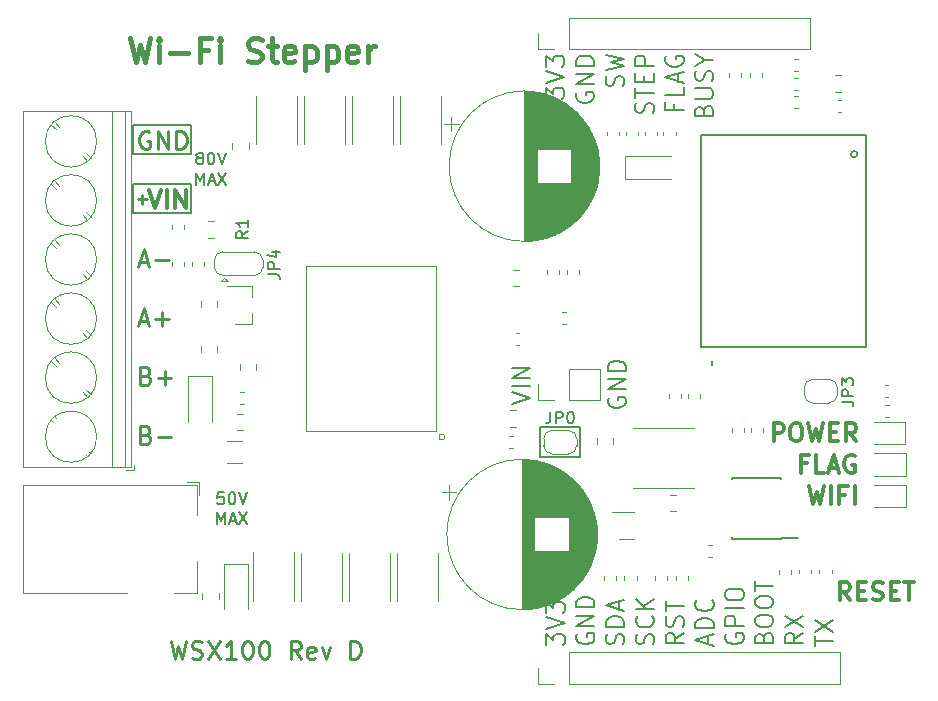
<source format=gbr>
G04 #@! TF.GenerationSoftware,KiCad,Pcbnew,5.0.2-bee76a0~70~ubuntu16.04.1*
G04 #@! TF.CreationDate,2019-02-05T17:36:10-08:00*
G04 #@! TF.ProjectId,wifistepper,77696669-7374-4657-9070-65722e6b6963,rev?*
G04 #@! TF.SameCoordinates,Original*
G04 #@! TF.FileFunction,Legend,Top*
G04 #@! TF.FilePolarity,Positive*
%FSLAX46Y46*%
G04 Gerber Fmt 4.6, Leading zero omitted, Abs format (unit mm)*
G04 Created by KiCad (PCBNEW 5.0.2-bee76a0~70~ubuntu16.04.1) date Tue 05 Feb 2019 05:36:10 PM PST*
%MOMM*%
%LPD*%
G01*
G04 APERTURE LIST*
%ADD10C,0.350000*%
%ADD11C,0.250000*%
%ADD12C,0.300000*%
%ADD13C,0.200000*%
%ADD14C,0.400000*%
%ADD15C,0.100000*%
%ADD16C,0.050000*%
%ADD17C,0.120000*%
%ADD18C,0.150000*%
G04 APERTURE END LIST*
D10*
X97325285Y-97643071D02*
X97325285Y-96143071D01*
X97896714Y-96143071D01*
X98039571Y-96214500D01*
X98111000Y-96285928D01*
X98182428Y-96428785D01*
X98182428Y-96643071D01*
X98111000Y-96785928D01*
X98039571Y-96857357D01*
X97896714Y-96928785D01*
X97325285Y-96928785D01*
X99111000Y-96143071D02*
X99396714Y-96143071D01*
X99539571Y-96214500D01*
X99682428Y-96357357D01*
X99753857Y-96643071D01*
X99753857Y-97143071D01*
X99682428Y-97428785D01*
X99539571Y-97571642D01*
X99396714Y-97643071D01*
X99111000Y-97643071D01*
X98968142Y-97571642D01*
X98825285Y-97428785D01*
X98753857Y-97143071D01*
X98753857Y-96643071D01*
X98825285Y-96357357D01*
X98968142Y-96214500D01*
X99111000Y-96143071D01*
X100253857Y-96143071D02*
X100611000Y-97643071D01*
X100896714Y-96571642D01*
X101182428Y-97643071D01*
X101539571Y-96143071D01*
X102111000Y-96857357D02*
X102611000Y-96857357D01*
X102825285Y-97643071D02*
X102111000Y-97643071D01*
X102111000Y-96143071D01*
X102825285Y-96143071D01*
X104325285Y-97643071D02*
X103825285Y-96928785D01*
X103468142Y-97643071D02*
X103468142Y-96143071D01*
X104039571Y-96143071D01*
X104182428Y-96214500D01*
X104253857Y-96285928D01*
X104325285Y-96428785D01*
X104325285Y-96643071D01*
X104253857Y-96785928D01*
X104182428Y-96857357D01*
X104039571Y-96928785D01*
X103468142Y-96928785D01*
D11*
X43517095Y-77160428D02*
X44279000Y-77160428D01*
X43898047Y-77541380D02*
X43898047Y-76779476D01*
D12*
X44470357Y-76394571D02*
X44970357Y-77894571D01*
X45470357Y-76394571D01*
X45970357Y-77894571D02*
X45970357Y-76394571D01*
X46684642Y-77894571D02*
X46684642Y-76394571D01*
X47541785Y-77894571D01*
X47541785Y-76394571D01*
D13*
X48006000Y-78359000D02*
X48006000Y-75882500D01*
X43116500Y-70866000D02*
X43116500Y-73342500D01*
X43116500Y-75882500D02*
X48006000Y-75882500D01*
X48006000Y-73342500D02*
X43116500Y-73342500D01*
X48006000Y-70866000D02*
X43116500Y-70866000D01*
X48006000Y-73342500D02*
X48006000Y-70866000D01*
X43116500Y-78359000D02*
X48006000Y-78359000D01*
X43116500Y-75882500D02*
X43116500Y-78359000D01*
X104409408Y-73342500D02*
G75*
G03X104409408Y-73342500I-269408J0D01*
G01*
X92075000Y-90868500D02*
X92075000Y-91186000D01*
X83374800Y-93979857D02*
X83303371Y-94122714D01*
X83303371Y-94337000D01*
X83374800Y-94551285D01*
X83517657Y-94694142D01*
X83660514Y-94765571D01*
X83946228Y-94837000D01*
X84160514Y-94837000D01*
X84446228Y-94765571D01*
X84589085Y-94694142D01*
X84731942Y-94551285D01*
X84803371Y-94337000D01*
X84803371Y-94194142D01*
X84731942Y-93979857D01*
X84660514Y-93908428D01*
X84160514Y-93908428D01*
X84160514Y-94194142D01*
X84803371Y-93265571D02*
X83303371Y-93265571D01*
X84803371Y-92408428D01*
X83303371Y-92408428D01*
X84803371Y-91694142D02*
X83303371Y-91694142D01*
X83303371Y-91337000D01*
X83374800Y-91122714D01*
X83517657Y-90979857D01*
X83660514Y-90908428D01*
X83946228Y-90837000D01*
X84160514Y-90837000D01*
X84446228Y-90908428D01*
X84589085Y-90979857D01*
X84731942Y-91122714D01*
X84803371Y-91337000D01*
X84803371Y-91694142D01*
X75188071Y-94492557D02*
X76688071Y-93992557D01*
X75188071Y-93492557D01*
X76688071Y-92992557D02*
X75188071Y-92992557D01*
X76688071Y-92278271D02*
X75188071Y-92278271D01*
X76688071Y-91421128D01*
X75188071Y-91421128D01*
D11*
X46287285Y-114558071D02*
X46644428Y-116058071D01*
X46930142Y-114986642D01*
X47215857Y-116058071D01*
X47573000Y-114558071D01*
X48073000Y-115986642D02*
X48287285Y-116058071D01*
X48644428Y-116058071D01*
X48787285Y-115986642D01*
X48858714Y-115915214D01*
X48930142Y-115772357D01*
X48930142Y-115629500D01*
X48858714Y-115486642D01*
X48787285Y-115415214D01*
X48644428Y-115343785D01*
X48358714Y-115272357D01*
X48215857Y-115200928D01*
X48144428Y-115129500D01*
X48073000Y-114986642D01*
X48073000Y-114843785D01*
X48144428Y-114700928D01*
X48215857Y-114629500D01*
X48358714Y-114558071D01*
X48715857Y-114558071D01*
X48930142Y-114629500D01*
X49430142Y-114558071D02*
X50430142Y-116058071D01*
X50430142Y-114558071D02*
X49430142Y-116058071D01*
X51787285Y-116058071D02*
X50930142Y-116058071D01*
X51358714Y-116058071D02*
X51358714Y-114558071D01*
X51215857Y-114772357D01*
X51073000Y-114915214D01*
X50930142Y-114986642D01*
X52715857Y-114558071D02*
X52858714Y-114558071D01*
X53001571Y-114629500D01*
X53073000Y-114700928D01*
X53144428Y-114843785D01*
X53215857Y-115129500D01*
X53215857Y-115486642D01*
X53144428Y-115772357D01*
X53073000Y-115915214D01*
X53001571Y-115986642D01*
X52858714Y-116058071D01*
X52715857Y-116058071D01*
X52573000Y-115986642D01*
X52501571Y-115915214D01*
X52430142Y-115772357D01*
X52358714Y-115486642D01*
X52358714Y-115129500D01*
X52430142Y-114843785D01*
X52501571Y-114700928D01*
X52573000Y-114629500D01*
X52715857Y-114558071D01*
X54144428Y-114558071D02*
X54287285Y-114558071D01*
X54430142Y-114629500D01*
X54501571Y-114700928D01*
X54573000Y-114843785D01*
X54644428Y-115129500D01*
X54644428Y-115486642D01*
X54573000Y-115772357D01*
X54501571Y-115915214D01*
X54430142Y-115986642D01*
X54287285Y-116058071D01*
X54144428Y-116058071D01*
X54001571Y-115986642D01*
X53930142Y-115915214D01*
X53858714Y-115772357D01*
X53787285Y-115486642D01*
X53787285Y-115129500D01*
X53858714Y-114843785D01*
X53930142Y-114700928D01*
X54001571Y-114629500D01*
X54144428Y-114558071D01*
X57287285Y-116058071D02*
X56787285Y-115343785D01*
X56430142Y-116058071D02*
X56430142Y-114558071D01*
X57001571Y-114558071D01*
X57144428Y-114629500D01*
X57215857Y-114700928D01*
X57287285Y-114843785D01*
X57287285Y-115058071D01*
X57215857Y-115200928D01*
X57144428Y-115272357D01*
X57001571Y-115343785D01*
X56430142Y-115343785D01*
X58501571Y-115986642D02*
X58358714Y-116058071D01*
X58073000Y-116058071D01*
X57930142Y-115986642D01*
X57858714Y-115843785D01*
X57858714Y-115272357D01*
X57930142Y-115129500D01*
X58073000Y-115058071D01*
X58358714Y-115058071D01*
X58501571Y-115129500D01*
X58573000Y-115272357D01*
X58573000Y-115415214D01*
X57858714Y-115558071D01*
X59073000Y-115058071D02*
X59430142Y-116058071D01*
X59787285Y-115058071D01*
X61501571Y-116058071D02*
X61501571Y-114558071D01*
X61858714Y-114558071D01*
X62073000Y-114629500D01*
X62215857Y-114772357D01*
X62287285Y-114915214D01*
X62358714Y-115200928D01*
X62358714Y-115415214D01*
X62287285Y-115700928D01*
X62215857Y-115843785D01*
X62073000Y-115986642D01*
X61858714Y-116058071D01*
X61501571Y-116058071D01*
D13*
X48657000Y-73643452D02*
X48561761Y-73595833D01*
X48514142Y-73548214D01*
X48466523Y-73452976D01*
X48466523Y-73405357D01*
X48514142Y-73310119D01*
X48561761Y-73262500D01*
X48657000Y-73214880D01*
X48847476Y-73214880D01*
X48942714Y-73262500D01*
X48990333Y-73310119D01*
X49037952Y-73405357D01*
X49037952Y-73452976D01*
X48990333Y-73548214D01*
X48942714Y-73595833D01*
X48847476Y-73643452D01*
X48657000Y-73643452D01*
X48561761Y-73691071D01*
X48514142Y-73738690D01*
X48466523Y-73833928D01*
X48466523Y-74024404D01*
X48514142Y-74119642D01*
X48561761Y-74167261D01*
X48657000Y-74214880D01*
X48847476Y-74214880D01*
X48942714Y-74167261D01*
X48990333Y-74119642D01*
X49037952Y-74024404D01*
X49037952Y-73833928D01*
X48990333Y-73738690D01*
X48942714Y-73691071D01*
X48847476Y-73643452D01*
X49657000Y-73214880D02*
X49752238Y-73214880D01*
X49847476Y-73262500D01*
X49895095Y-73310119D01*
X49942714Y-73405357D01*
X49990333Y-73595833D01*
X49990333Y-73833928D01*
X49942714Y-74024404D01*
X49895095Y-74119642D01*
X49847476Y-74167261D01*
X49752238Y-74214880D01*
X49657000Y-74214880D01*
X49561761Y-74167261D01*
X49514142Y-74119642D01*
X49466523Y-74024404D01*
X49418904Y-73833928D01*
X49418904Y-73595833D01*
X49466523Y-73405357D01*
X49514142Y-73310119D01*
X49561761Y-73262500D01*
X49657000Y-73214880D01*
X50276047Y-73214880D02*
X50609380Y-74214880D01*
X50942714Y-73214880D01*
X48418904Y-75914880D02*
X48418904Y-74914880D01*
X48752238Y-75629166D01*
X49085571Y-74914880D01*
X49085571Y-75914880D01*
X49514142Y-75629166D02*
X49990333Y-75629166D01*
X49418904Y-75914880D02*
X49752238Y-74914880D01*
X50085571Y-75914880D01*
X50323666Y-74914880D02*
X50990333Y-75914880D01*
X50990333Y-74914880D02*
X50323666Y-75914880D01*
X50768333Y-101980380D02*
X50292142Y-101980380D01*
X50244523Y-102456571D01*
X50292142Y-102408952D01*
X50387380Y-102361333D01*
X50625476Y-102361333D01*
X50720714Y-102408952D01*
X50768333Y-102456571D01*
X50815952Y-102551809D01*
X50815952Y-102789904D01*
X50768333Y-102885142D01*
X50720714Y-102932761D01*
X50625476Y-102980380D01*
X50387380Y-102980380D01*
X50292142Y-102932761D01*
X50244523Y-102885142D01*
X51435000Y-101980380D02*
X51530238Y-101980380D01*
X51625476Y-102028000D01*
X51673095Y-102075619D01*
X51720714Y-102170857D01*
X51768333Y-102361333D01*
X51768333Y-102599428D01*
X51720714Y-102789904D01*
X51673095Y-102885142D01*
X51625476Y-102932761D01*
X51530238Y-102980380D01*
X51435000Y-102980380D01*
X51339761Y-102932761D01*
X51292142Y-102885142D01*
X51244523Y-102789904D01*
X51196904Y-102599428D01*
X51196904Y-102361333D01*
X51244523Y-102170857D01*
X51292142Y-102075619D01*
X51339761Y-102028000D01*
X51435000Y-101980380D01*
X52054047Y-101980380D02*
X52387380Y-102980380D01*
X52720714Y-101980380D01*
X50196904Y-104680380D02*
X50196904Y-103680380D01*
X50530238Y-104394666D01*
X50863571Y-103680380D01*
X50863571Y-104680380D01*
X51292142Y-104394666D02*
X51768333Y-104394666D01*
X51196904Y-104680380D02*
X51530238Y-103680380D01*
X51863571Y-104680380D01*
X52101666Y-103680380D02*
X52768333Y-104680380D01*
X52768333Y-103680380D02*
X52101666Y-104680380D01*
D12*
X103802928Y-111105071D02*
X103302928Y-110390785D01*
X102945785Y-111105071D02*
X102945785Y-109605071D01*
X103517214Y-109605071D01*
X103660071Y-109676500D01*
X103731500Y-109747928D01*
X103802928Y-109890785D01*
X103802928Y-110105071D01*
X103731500Y-110247928D01*
X103660071Y-110319357D01*
X103517214Y-110390785D01*
X102945785Y-110390785D01*
X104445785Y-110319357D02*
X104945785Y-110319357D01*
X105160071Y-111105071D02*
X104445785Y-111105071D01*
X104445785Y-109605071D01*
X105160071Y-109605071D01*
X105731500Y-111033642D02*
X105945785Y-111105071D01*
X106302928Y-111105071D01*
X106445785Y-111033642D01*
X106517214Y-110962214D01*
X106588642Y-110819357D01*
X106588642Y-110676500D01*
X106517214Y-110533642D01*
X106445785Y-110462214D01*
X106302928Y-110390785D01*
X106017214Y-110319357D01*
X105874357Y-110247928D01*
X105802928Y-110176500D01*
X105731500Y-110033642D01*
X105731500Y-109890785D01*
X105802928Y-109747928D01*
X105874357Y-109676500D01*
X106017214Y-109605071D01*
X106374357Y-109605071D01*
X106588642Y-109676500D01*
X107231500Y-110319357D02*
X107731500Y-110319357D01*
X107945785Y-111105071D02*
X107231500Y-111105071D01*
X107231500Y-109605071D01*
X107945785Y-109605071D01*
X108374357Y-109605071D02*
X109231500Y-109605071D01*
X108802928Y-111105071D02*
X108802928Y-109605071D01*
D13*
X80962500Y-98996500D02*
X77533500Y-98996500D01*
X80962500Y-96456500D02*
X80962500Y-98996500D01*
X77533500Y-96456500D02*
X80962500Y-96456500D01*
X77533500Y-98996500D02*
X77533500Y-96456500D01*
D10*
X100333214Y-101477071D02*
X100690357Y-102977071D01*
X100976071Y-101905642D01*
X101261785Y-102977071D01*
X101618928Y-101477071D01*
X102190357Y-102977071D02*
X102190357Y-101477071D01*
X103404642Y-102191357D02*
X102904642Y-102191357D01*
X102904642Y-102977071D02*
X102904642Y-101477071D01*
X103618928Y-101477071D01*
X104190357Y-102977071D02*
X104190357Y-101477071D01*
X100118928Y-99524357D02*
X99618928Y-99524357D01*
X99618928Y-100310071D02*
X99618928Y-98810071D01*
X100333214Y-98810071D01*
X101618928Y-100310071D02*
X100904642Y-100310071D01*
X100904642Y-98810071D01*
X102047500Y-99881500D02*
X102761785Y-99881500D01*
X101904642Y-100310071D02*
X102404642Y-98810071D01*
X102904642Y-100310071D01*
X104190357Y-98881500D02*
X104047500Y-98810071D01*
X103833214Y-98810071D01*
X103618928Y-98881500D01*
X103476071Y-99024357D01*
X103404642Y-99167214D01*
X103333214Y-99452928D01*
X103333214Y-99667214D01*
X103404642Y-99952928D01*
X103476071Y-100095785D01*
X103618928Y-100238642D01*
X103833214Y-100310071D01*
X103976071Y-100310071D01*
X104190357Y-100238642D01*
X104261785Y-100167214D01*
X104261785Y-99667214D01*
X103976071Y-99667214D01*
D14*
X42836714Y-63547761D02*
X43312904Y-65547761D01*
X43693857Y-64119190D01*
X44074809Y-65547761D01*
X44551000Y-63547761D01*
X45312904Y-65547761D02*
X45312904Y-64214428D01*
X45312904Y-63547761D02*
X45217666Y-63643000D01*
X45312904Y-63738238D01*
X45408142Y-63643000D01*
X45312904Y-63547761D01*
X45312904Y-63738238D01*
X46265285Y-64785857D02*
X47789095Y-64785857D01*
X49408142Y-64500142D02*
X48741476Y-64500142D01*
X48741476Y-65547761D02*
X48741476Y-63547761D01*
X49693857Y-63547761D01*
X50455761Y-65547761D02*
X50455761Y-64214428D01*
X50455761Y-63547761D02*
X50360523Y-63643000D01*
X50455761Y-63738238D01*
X50551000Y-63643000D01*
X50455761Y-63547761D01*
X50455761Y-63738238D01*
X52836714Y-65452523D02*
X53122428Y-65547761D01*
X53598619Y-65547761D01*
X53789095Y-65452523D01*
X53884333Y-65357285D01*
X53979571Y-65166809D01*
X53979571Y-64976333D01*
X53884333Y-64785857D01*
X53789095Y-64690619D01*
X53598619Y-64595380D01*
X53217666Y-64500142D01*
X53027190Y-64404904D01*
X52931952Y-64309666D01*
X52836714Y-64119190D01*
X52836714Y-63928714D01*
X52931952Y-63738238D01*
X53027190Y-63643000D01*
X53217666Y-63547761D01*
X53693857Y-63547761D01*
X53979571Y-63643000D01*
X54551000Y-64214428D02*
X55312904Y-64214428D01*
X54836714Y-63547761D02*
X54836714Y-65262047D01*
X54931952Y-65452523D01*
X55122428Y-65547761D01*
X55312904Y-65547761D01*
X56741476Y-65452523D02*
X56551000Y-65547761D01*
X56170047Y-65547761D01*
X55979571Y-65452523D01*
X55884333Y-65262047D01*
X55884333Y-64500142D01*
X55979571Y-64309666D01*
X56170047Y-64214428D01*
X56551000Y-64214428D01*
X56741476Y-64309666D01*
X56836714Y-64500142D01*
X56836714Y-64690619D01*
X55884333Y-64881095D01*
X57693857Y-64214428D02*
X57693857Y-66214428D01*
X57693857Y-64309666D02*
X57884333Y-64214428D01*
X58265285Y-64214428D01*
X58455761Y-64309666D01*
X58551000Y-64404904D01*
X58646238Y-64595380D01*
X58646238Y-65166809D01*
X58551000Y-65357285D01*
X58455761Y-65452523D01*
X58265285Y-65547761D01*
X57884333Y-65547761D01*
X57693857Y-65452523D01*
X59503380Y-64214428D02*
X59503380Y-66214428D01*
X59503380Y-64309666D02*
X59693857Y-64214428D01*
X60074809Y-64214428D01*
X60265285Y-64309666D01*
X60360523Y-64404904D01*
X60455761Y-64595380D01*
X60455761Y-65166809D01*
X60360523Y-65357285D01*
X60265285Y-65452523D01*
X60074809Y-65547761D01*
X59693857Y-65547761D01*
X59503380Y-65452523D01*
X62074809Y-65452523D02*
X61884333Y-65547761D01*
X61503380Y-65547761D01*
X61312904Y-65452523D01*
X61217666Y-65262047D01*
X61217666Y-64500142D01*
X61312904Y-64309666D01*
X61503380Y-64214428D01*
X61884333Y-64214428D01*
X62074809Y-64309666D01*
X62170047Y-64500142D01*
X62170047Y-64690619D01*
X61217666Y-64881095D01*
X63027190Y-65547761D02*
X63027190Y-64214428D01*
X63027190Y-64595380D02*
X63122428Y-64404904D01*
X63217666Y-64309666D01*
X63408142Y-64214428D01*
X63598619Y-64214428D01*
D11*
X44485357Y-71459000D02*
X44342500Y-71387571D01*
X44128214Y-71387571D01*
X43913928Y-71459000D01*
X43771071Y-71601857D01*
X43699642Y-71744714D01*
X43628214Y-72030428D01*
X43628214Y-72244714D01*
X43699642Y-72530428D01*
X43771071Y-72673285D01*
X43913928Y-72816142D01*
X44128214Y-72887571D01*
X44271071Y-72887571D01*
X44485357Y-72816142D01*
X44556785Y-72744714D01*
X44556785Y-72244714D01*
X44271071Y-72244714D01*
X45199642Y-72887571D02*
X45199642Y-71387571D01*
X46056785Y-72887571D01*
X46056785Y-71387571D01*
X46771071Y-72887571D02*
X46771071Y-71387571D01*
X47128214Y-71387571D01*
X47342500Y-71459000D01*
X47485357Y-71601857D01*
X47556785Y-71744714D01*
X47628214Y-72030428D01*
X47628214Y-72244714D01*
X47556785Y-72530428D01*
X47485357Y-72673285D01*
X47342500Y-72816142D01*
X47128214Y-72887571D01*
X46771071Y-72887571D01*
X43628214Y-82459000D02*
X44342500Y-82459000D01*
X43485357Y-82887571D02*
X43985357Y-81387571D01*
X44485357Y-82887571D01*
X44985357Y-82316142D02*
X46128214Y-82316142D01*
X43628214Y-87459000D02*
X44342500Y-87459000D01*
X43485357Y-87887571D02*
X43985357Y-86387571D01*
X44485357Y-87887571D01*
X44985357Y-87316142D02*
X46128214Y-87316142D01*
X45556785Y-87887571D02*
X45556785Y-86744714D01*
X44199642Y-92101857D02*
X44413928Y-92173285D01*
X44485357Y-92244714D01*
X44556785Y-92387571D01*
X44556785Y-92601857D01*
X44485357Y-92744714D01*
X44413928Y-92816142D01*
X44271071Y-92887571D01*
X43699642Y-92887571D01*
X43699642Y-91387571D01*
X44199642Y-91387571D01*
X44342500Y-91459000D01*
X44413928Y-91530428D01*
X44485357Y-91673285D01*
X44485357Y-91816142D01*
X44413928Y-91959000D01*
X44342500Y-92030428D01*
X44199642Y-92101857D01*
X43699642Y-92101857D01*
X45199642Y-92316142D02*
X46342500Y-92316142D01*
X45771071Y-92887571D02*
X45771071Y-91744714D01*
X44199642Y-97101857D02*
X44413928Y-97173285D01*
X44485357Y-97244714D01*
X44556785Y-97387571D01*
X44556785Y-97601857D01*
X44485357Y-97744714D01*
X44413928Y-97816142D01*
X44271071Y-97887571D01*
X43699642Y-97887571D01*
X43699642Y-96387571D01*
X44199642Y-96387571D01*
X44342500Y-96459000D01*
X44413928Y-96530428D01*
X44485357Y-96673285D01*
X44485357Y-96816142D01*
X44413928Y-96959000D01*
X44342500Y-97030428D01*
X44199642Y-97101857D01*
X43699642Y-97101857D01*
X45199642Y-97316142D02*
X46342500Y-97316142D01*
D13*
X78055690Y-68638071D02*
X78055690Y-67709500D01*
X78646166Y-68209500D01*
X78646166Y-67995214D01*
X78719976Y-67852357D01*
X78793785Y-67780928D01*
X78941404Y-67709500D01*
X79310452Y-67709500D01*
X79458071Y-67780928D01*
X79531880Y-67852357D01*
X79605690Y-67995214D01*
X79605690Y-68423785D01*
X79531880Y-68566642D01*
X79458071Y-68638071D01*
X78055690Y-67280928D02*
X79605690Y-66780928D01*
X78055690Y-66280928D01*
X78055690Y-65923785D02*
X78055690Y-64995214D01*
X78646166Y-65495214D01*
X78646166Y-65280928D01*
X78719976Y-65138071D01*
X78793785Y-65066642D01*
X78941404Y-64995214D01*
X79310452Y-64995214D01*
X79458071Y-65066642D01*
X79531880Y-65138071D01*
X79605690Y-65280928D01*
X79605690Y-65709500D01*
X79531880Y-65852357D01*
X79458071Y-65923785D01*
X80654500Y-68138071D02*
X80580690Y-68280928D01*
X80580690Y-68495214D01*
X80654500Y-68709500D01*
X80802119Y-68852357D01*
X80949738Y-68923785D01*
X81244976Y-68995214D01*
X81466404Y-68995214D01*
X81761642Y-68923785D01*
X81909261Y-68852357D01*
X82056880Y-68709500D01*
X82130690Y-68495214D01*
X82130690Y-68352357D01*
X82056880Y-68138071D01*
X81983071Y-68066642D01*
X81466404Y-68066642D01*
X81466404Y-68352357D01*
X82130690Y-67423785D02*
X80580690Y-67423785D01*
X82130690Y-66566642D01*
X80580690Y-66566642D01*
X82130690Y-65852357D02*
X80580690Y-65852357D01*
X80580690Y-65495214D01*
X80654500Y-65280928D01*
X80802119Y-65138071D01*
X80949738Y-65066642D01*
X81244976Y-64995214D01*
X81466404Y-64995214D01*
X81761642Y-65066642D01*
X81909261Y-65138071D01*
X82056880Y-65280928D01*
X82130690Y-65495214D01*
X82130690Y-65852357D01*
X84581880Y-67566642D02*
X84655690Y-67352357D01*
X84655690Y-66995214D01*
X84581880Y-66852357D01*
X84508071Y-66780928D01*
X84360452Y-66709500D01*
X84212833Y-66709500D01*
X84065214Y-66780928D01*
X83991404Y-66852357D01*
X83917595Y-66995214D01*
X83843785Y-67280928D01*
X83769976Y-67423785D01*
X83696166Y-67495214D01*
X83548547Y-67566642D01*
X83400928Y-67566642D01*
X83253309Y-67495214D01*
X83179500Y-67423785D01*
X83105690Y-67280928D01*
X83105690Y-66923785D01*
X83179500Y-66709500D01*
X83105690Y-66209500D02*
X84655690Y-65852357D01*
X83548547Y-65566642D01*
X84655690Y-65280928D01*
X83105690Y-64923785D01*
X87106880Y-69852357D02*
X87180690Y-69638071D01*
X87180690Y-69280928D01*
X87106880Y-69138071D01*
X87033071Y-69066642D01*
X86885452Y-68995214D01*
X86737833Y-68995214D01*
X86590214Y-69066642D01*
X86516404Y-69138071D01*
X86442595Y-69280928D01*
X86368785Y-69566642D01*
X86294976Y-69709500D01*
X86221166Y-69780928D01*
X86073547Y-69852357D01*
X85925928Y-69852357D01*
X85778309Y-69780928D01*
X85704500Y-69709500D01*
X85630690Y-69566642D01*
X85630690Y-69209500D01*
X85704500Y-68995214D01*
X85630690Y-68566642D02*
X85630690Y-67709500D01*
X87180690Y-68138071D02*
X85630690Y-68138071D01*
X86368785Y-67209500D02*
X86368785Y-66709500D01*
X87180690Y-66495214D02*
X87180690Y-67209500D01*
X85630690Y-67209500D01*
X85630690Y-66495214D01*
X87180690Y-65852357D02*
X85630690Y-65852357D01*
X85630690Y-65280928D01*
X85704500Y-65138071D01*
X85778309Y-65066642D01*
X85925928Y-64995214D01*
X86147357Y-64995214D01*
X86294976Y-65066642D01*
X86368785Y-65138071D01*
X86442595Y-65280928D01*
X86442595Y-65852357D01*
X88893785Y-69138071D02*
X88893785Y-69638071D01*
X89705690Y-69638071D02*
X88155690Y-69638071D01*
X88155690Y-68923785D01*
X89705690Y-67638071D02*
X89705690Y-68352357D01*
X88155690Y-68352357D01*
X89262833Y-67209500D02*
X89262833Y-66495214D01*
X89705690Y-67352357D02*
X88155690Y-66852357D01*
X89705690Y-66352357D01*
X88229500Y-65066642D02*
X88155690Y-65209500D01*
X88155690Y-65423785D01*
X88229500Y-65638071D01*
X88377119Y-65780928D01*
X88524738Y-65852357D01*
X88819976Y-65923785D01*
X89041404Y-65923785D01*
X89336642Y-65852357D01*
X89484261Y-65780928D01*
X89631880Y-65638071D01*
X89705690Y-65423785D01*
X89705690Y-65280928D01*
X89631880Y-65066642D01*
X89558071Y-64995214D01*
X89041404Y-64995214D01*
X89041404Y-65280928D01*
X91418785Y-69638071D02*
X91492595Y-69423785D01*
X91566404Y-69352357D01*
X91714023Y-69280928D01*
X91935452Y-69280928D01*
X92083071Y-69352357D01*
X92156880Y-69423785D01*
X92230690Y-69566642D01*
X92230690Y-70138071D01*
X90680690Y-70138071D01*
X90680690Y-69638071D01*
X90754500Y-69495214D01*
X90828309Y-69423785D01*
X90975928Y-69352357D01*
X91123547Y-69352357D01*
X91271166Y-69423785D01*
X91344976Y-69495214D01*
X91418785Y-69638071D01*
X91418785Y-70138071D01*
X90680690Y-68638071D02*
X91935452Y-68638071D01*
X92083071Y-68566642D01*
X92156880Y-68495214D01*
X92230690Y-68352357D01*
X92230690Y-68066642D01*
X92156880Y-67923785D01*
X92083071Y-67852357D01*
X91935452Y-67780928D01*
X90680690Y-67780928D01*
X92156880Y-67138071D02*
X92230690Y-66923785D01*
X92230690Y-66566642D01*
X92156880Y-66423785D01*
X92083071Y-66352357D01*
X91935452Y-66280928D01*
X91787833Y-66280928D01*
X91640214Y-66352357D01*
X91566404Y-66423785D01*
X91492595Y-66566642D01*
X91418785Y-66852357D01*
X91344976Y-66995214D01*
X91271166Y-67066642D01*
X91123547Y-67138071D01*
X90975928Y-67138071D01*
X90828309Y-67066642D01*
X90754500Y-66995214D01*
X90680690Y-66852357D01*
X90680690Y-66495214D01*
X90754500Y-66280928D01*
X91492595Y-65352357D02*
X92230690Y-65352357D01*
X90680690Y-65852357D02*
X91492595Y-65352357D01*
X90680690Y-64852357D01*
X78085690Y-114908214D02*
X78085690Y-113979642D01*
X78676166Y-114479642D01*
X78676166Y-114265357D01*
X78749976Y-114122500D01*
X78823785Y-114051071D01*
X78971404Y-113979642D01*
X79340452Y-113979642D01*
X79488071Y-114051071D01*
X79561880Y-114122500D01*
X79635690Y-114265357D01*
X79635690Y-114693928D01*
X79561880Y-114836785D01*
X79488071Y-114908214D01*
X78085690Y-113551071D02*
X79635690Y-113051071D01*
X78085690Y-112551071D01*
X78085690Y-112193928D02*
X78085690Y-111265357D01*
X78676166Y-111765357D01*
X78676166Y-111551071D01*
X78749976Y-111408214D01*
X78823785Y-111336785D01*
X78971404Y-111265357D01*
X79340452Y-111265357D01*
X79488071Y-111336785D01*
X79561880Y-111408214D01*
X79635690Y-111551071D01*
X79635690Y-111979642D01*
X79561880Y-112122500D01*
X79488071Y-112193928D01*
X80684500Y-113979642D02*
X80610690Y-114122500D01*
X80610690Y-114336785D01*
X80684500Y-114551071D01*
X80832119Y-114693928D01*
X80979738Y-114765357D01*
X81274976Y-114836785D01*
X81496404Y-114836785D01*
X81791642Y-114765357D01*
X81939261Y-114693928D01*
X82086880Y-114551071D01*
X82160690Y-114336785D01*
X82160690Y-114193928D01*
X82086880Y-113979642D01*
X82013071Y-113908214D01*
X81496404Y-113908214D01*
X81496404Y-114193928D01*
X82160690Y-113265357D02*
X80610690Y-113265357D01*
X82160690Y-112408214D01*
X80610690Y-112408214D01*
X82160690Y-111693928D02*
X80610690Y-111693928D01*
X80610690Y-111336785D01*
X80684500Y-111122500D01*
X80832119Y-110979642D01*
X80979738Y-110908214D01*
X81274976Y-110836785D01*
X81496404Y-110836785D01*
X81791642Y-110908214D01*
X81939261Y-110979642D01*
X82086880Y-111122500D01*
X82160690Y-111336785D01*
X82160690Y-111693928D01*
X84611880Y-114836785D02*
X84685690Y-114622500D01*
X84685690Y-114265357D01*
X84611880Y-114122500D01*
X84538071Y-114051071D01*
X84390452Y-113979642D01*
X84242833Y-113979642D01*
X84095214Y-114051071D01*
X84021404Y-114122500D01*
X83947595Y-114265357D01*
X83873785Y-114551071D01*
X83799976Y-114693928D01*
X83726166Y-114765357D01*
X83578547Y-114836785D01*
X83430928Y-114836785D01*
X83283309Y-114765357D01*
X83209500Y-114693928D01*
X83135690Y-114551071D01*
X83135690Y-114193928D01*
X83209500Y-113979642D01*
X84685690Y-113336785D02*
X83135690Y-113336785D01*
X83135690Y-112979642D01*
X83209500Y-112765357D01*
X83357119Y-112622500D01*
X83504738Y-112551071D01*
X83799976Y-112479642D01*
X84021404Y-112479642D01*
X84316642Y-112551071D01*
X84464261Y-112622500D01*
X84611880Y-112765357D01*
X84685690Y-112979642D01*
X84685690Y-113336785D01*
X84242833Y-111908214D02*
X84242833Y-111193928D01*
X84685690Y-112051071D02*
X83135690Y-111551071D01*
X84685690Y-111051071D01*
X87136880Y-114836785D02*
X87210690Y-114622500D01*
X87210690Y-114265357D01*
X87136880Y-114122500D01*
X87063071Y-114051071D01*
X86915452Y-113979642D01*
X86767833Y-113979642D01*
X86620214Y-114051071D01*
X86546404Y-114122500D01*
X86472595Y-114265357D01*
X86398785Y-114551071D01*
X86324976Y-114693928D01*
X86251166Y-114765357D01*
X86103547Y-114836785D01*
X85955928Y-114836785D01*
X85808309Y-114765357D01*
X85734500Y-114693928D01*
X85660690Y-114551071D01*
X85660690Y-114193928D01*
X85734500Y-113979642D01*
X87063071Y-112479642D02*
X87136880Y-112551071D01*
X87210690Y-112765357D01*
X87210690Y-112908214D01*
X87136880Y-113122500D01*
X86989261Y-113265357D01*
X86841642Y-113336785D01*
X86546404Y-113408214D01*
X86324976Y-113408214D01*
X86029738Y-113336785D01*
X85882119Y-113265357D01*
X85734500Y-113122500D01*
X85660690Y-112908214D01*
X85660690Y-112765357D01*
X85734500Y-112551071D01*
X85808309Y-112479642D01*
X87210690Y-111836785D02*
X85660690Y-111836785D01*
X87210690Y-110979642D02*
X86324976Y-111622500D01*
X85660690Y-110979642D02*
X86546404Y-111836785D01*
X89735690Y-113908214D02*
X88997595Y-114408214D01*
X89735690Y-114765357D02*
X88185690Y-114765357D01*
X88185690Y-114193928D01*
X88259500Y-114051071D01*
X88333309Y-113979642D01*
X88480928Y-113908214D01*
X88702357Y-113908214D01*
X88849976Y-113979642D01*
X88923785Y-114051071D01*
X88997595Y-114193928D01*
X88997595Y-114765357D01*
X89661880Y-113336785D02*
X89735690Y-113122500D01*
X89735690Y-112765357D01*
X89661880Y-112622500D01*
X89588071Y-112551071D01*
X89440452Y-112479642D01*
X89292833Y-112479642D01*
X89145214Y-112551071D01*
X89071404Y-112622500D01*
X88997595Y-112765357D01*
X88923785Y-113051071D01*
X88849976Y-113193928D01*
X88776166Y-113265357D01*
X88628547Y-113336785D01*
X88480928Y-113336785D01*
X88333309Y-113265357D01*
X88259500Y-113193928D01*
X88185690Y-113051071D01*
X88185690Y-112693928D01*
X88259500Y-112479642D01*
X88185690Y-112051071D02*
X88185690Y-111193928D01*
X89735690Y-111622500D02*
X88185690Y-111622500D01*
X91817833Y-114836785D02*
X91817833Y-114122500D01*
X92260690Y-114979642D02*
X90710690Y-114479642D01*
X92260690Y-113979642D01*
X92260690Y-113479642D02*
X90710690Y-113479642D01*
X90710690Y-113122500D01*
X90784500Y-112908214D01*
X90932119Y-112765357D01*
X91079738Y-112693928D01*
X91374976Y-112622500D01*
X91596404Y-112622500D01*
X91891642Y-112693928D01*
X92039261Y-112765357D01*
X92186880Y-112908214D01*
X92260690Y-113122500D01*
X92260690Y-113479642D01*
X92113071Y-111122500D02*
X92186880Y-111193928D01*
X92260690Y-111408214D01*
X92260690Y-111551071D01*
X92186880Y-111765357D01*
X92039261Y-111908214D01*
X91891642Y-111979642D01*
X91596404Y-112051071D01*
X91374976Y-112051071D01*
X91079738Y-111979642D01*
X90932119Y-111908214D01*
X90784500Y-111765357D01*
X90710690Y-111551071D01*
X90710690Y-111408214D01*
X90784500Y-111193928D01*
X90858309Y-111122500D01*
X93309500Y-113979642D02*
X93235690Y-114122500D01*
X93235690Y-114336785D01*
X93309500Y-114551071D01*
X93457119Y-114693928D01*
X93604738Y-114765357D01*
X93899976Y-114836785D01*
X94121404Y-114836785D01*
X94416642Y-114765357D01*
X94564261Y-114693928D01*
X94711880Y-114551071D01*
X94785690Y-114336785D01*
X94785690Y-114193928D01*
X94711880Y-113979642D01*
X94638071Y-113908214D01*
X94121404Y-113908214D01*
X94121404Y-114193928D01*
X94785690Y-113265357D02*
X93235690Y-113265357D01*
X93235690Y-112693928D01*
X93309500Y-112551071D01*
X93383309Y-112479642D01*
X93530928Y-112408214D01*
X93752357Y-112408214D01*
X93899976Y-112479642D01*
X93973785Y-112551071D01*
X94047595Y-112693928D01*
X94047595Y-113265357D01*
X94785690Y-111765357D02*
X93235690Y-111765357D01*
X93235690Y-110765357D02*
X93235690Y-110479642D01*
X93309500Y-110336785D01*
X93457119Y-110193928D01*
X93752357Y-110122500D01*
X94269023Y-110122500D01*
X94564261Y-110193928D01*
X94711880Y-110336785D01*
X94785690Y-110479642D01*
X94785690Y-110765357D01*
X94711880Y-110908214D01*
X94564261Y-111051071D01*
X94269023Y-111122500D01*
X93752357Y-111122500D01*
X93457119Y-111051071D01*
X93309500Y-110908214D01*
X93235690Y-110765357D01*
X96498785Y-114265357D02*
X96572595Y-114051071D01*
X96646404Y-113979642D01*
X96794023Y-113908214D01*
X97015452Y-113908214D01*
X97163071Y-113979642D01*
X97236880Y-114051071D01*
X97310690Y-114193928D01*
X97310690Y-114765357D01*
X95760690Y-114765357D01*
X95760690Y-114265357D01*
X95834500Y-114122500D01*
X95908309Y-114051071D01*
X96055928Y-113979642D01*
X96203547Y-113979642D01*
X96351166Y-114051071D01*
X96424976Y-114122500D01*
X96498785Y-114265357D01*
X96498785Y-114765357D01*
X95760690Y-112979642D02*
X95760690Y-112693928D01*
X95834500Y-112551071D01*
X95982119Y-112408214D01*
X96277357Y-112336785D01*
X96794023Y-112336785D01*
X97089261Y-112408214D01*
X97236880Y-112551071D01*
X97310690Y-112693928D01*
X97310690Y-112979642D01*
X97236880Y-113122500D01*
X97089261Y-113265357D01*
X96794023Y-113336785D01*
X96277357Y-113336785D01*
X95982119Y-113265357D01*
X95834500Y-113122500D01*
X95760690Y-112979642D01*
X95760690Y-111408214D02*
X95760690Y-111122500D01*
X95834500Y-110979642D01*
X95982119Y-110836785D01*
X96277357Y-110765357D01*
X96794023Y-110765357D01*
X97089261Y-110836785D01*
X97236880Y-110979642D01*
X97310690Y-111122500D01*
X97310690Y-111408214D01*
X97236880Y-111551071D01*
X97089261Y-111693928D01*
X96794023Y-111765357D01*
X96277357Y-111765357D01*
X95982119Y-111693928D01*
X95834500Y-111551071D01*
X95760690Y-111408214D01*
X95760690Y-110336785D02*
X95760690Y-109479642D01*
X97310690Y-109908214D02*
X95760690Y-109908214D01*
X99835690Y-113908214D02*
X99097595Y-114408214D01*
X99835690Y-114765357D02*
X98285690Y-114765357D01*
X98285690Y-114193928D01*
X98359500Y-114051071D01*
X98433309Y-113979642D01*
X98580928Y-113908214D01*
X98802357Y-113908214D01*
X98949976Y-113979642D01*
X99023785Y-114051071D01*
X99097595Y-114193928D01*
X99097595Y-114765357D01*
X98285690Y-113408214D02*
X99835690Y-112408214D01*
X98285690Y-112408214D02*
X99835690Y-113408214D01*
X100810690Y-114979642D02*
X100810690Y-114122500D01*
X102360690Y-114551071D02*
X100810690Y-114551071D01*
X100810690Y-113765357D02*
X102360690Y-112765357D01*
X100810690Y-112765357D02*
X102360690Y-113765357D01*
D15*
G04 #@! TO.C,U2*
X69496000Y-97289000D02*
G75*
G03X69496000Y-97289000I-250000J0D01*
G01*
D16*
X68746000Y-82789000D02*
X68746000Y-96789000D01*
X57746000Y-82789000D02*
X68746000Y-82789000D01*
X57746000Y-96789000D02*
X57746000Y-82789000D01*
X68746000Y-96789000D02*
X57746000Y-96789000D01*
D17*
G04 #@! TO.C,R10*
X107058779Y-92898500D02*
X106733221Y-92898500D01*
X107058779Y-93918500D02*
X106733221Y-93918500D01*
G04 #@! TO.C,C1*
X52288064Y-99462000D02*
X51083936Y-99462000D01*
X52288064Y-97642000D02*
X51083936Y-97642000D01*
G04 #@! TO.C,C2*
X53542000Y-91102922D02*
X53542000Y-91620078D01*
X52122000Y-91102922D02*
X52122000Y-91620078D01*
G04 #@! TO.C,C3*
X48820000Y-86316078D02*
X48820000Y-85798922D01*
X50240000Y-86316078D02*
X50240000Y-85798922D01*
G04 #@! TO.C,C4*
X52407078Y-96722000D02*
X51889922Y-96722000D01*
X52407078Y-95302000D02*
X51889922Y-95302000D01*
G04 #@! TO.C,C5*
X48067500Y-82476221D02*
X48067500Y-82801779D01*
X49087500Y-82476221D02*
X49087500Y-82801779D01*
G04 #@! TO.C,C6*
X74988922Y-94984500D02*
X75506078Y-94984500D01*
X74988922Y-96404500D02*
X75506078Y-96404500D01*
G04 #@! TO.C,C7*
X75227922Y-84530000D02*
X75745078Y-84530000D01*
X75227922Y-83110000D02*
X75745078Y-83110000D01*
G04 #@! TO.C,C8*
X51487000Y-72887578D02*
X51487000Y-72370422D01*
X52907000Y-72887578D02*
X52907000Y-72370422D01*
G04 #@! TO.C,C9*
X48947000Y-110500422D02*
X48947000Y-111017578D01*
X50367000Y-110500422D02*
X50367000Y-111017578D01*
G04 #@! TO.C,C12*
X52461279Y-94490000D02*
X52135721Y-94490000D01*
X52461279Y-93470000D02*
X52135721Y-93470000D01*
G04 #@! TO.C,C13*
X50240000Y-90126078D02*
X50240000Y-89608922D01*
X48820000Y-90126078D02*
X48820000Y-89608922D01*
G04 #@! TO.C,C14*
X78166500Y-83500279D02*
X78166500Y-83174721D01*
X79186500Y-83500279D02*
X79186500Y-83174721D01*
G04 #@! TO.C,C15*
X103016578Y-66663500D02*
X102499422Y-66663500D01*
X103016578Y-68083500D02*
X102499422Y-68083500D01*
G04 #@! TO.C,C16*
X103070779Y-69788500D02*
X102745221Y-69788500D01*
X103070779Y-68768500D02*
X102745221Y-68768500D01*
G04 #@! TO.C,C17*
X99375279Y-67883500D02*
X99049721Y-67883500D01*
X99375279Y-66863500D02*
X99049721Y-66863500D01*
G04 #@! TO.C,C19*
X82992500Y-109082721D02*
X82992500Y-109408279D01*
X84012500Y-109082721D02*
X84012500Y-109408279D01*
G04 #@! TO.C,C20*
X89110078Y-102160000D02*
X88592922Y-102160000D01*
X89110078Y-103580000D02*
X88592922Y-103580000D01*
G04 #@! TO.C,C21*
X91810721Y-107444000D02*
X92136279Y-107444000D01*
X91810721Y-106424000D02*
X92136279Y-106424000D01*
G04 #@! TO.C,D1*
X53211000Y-87686000D02*
X53211000Y-86756000D01*
X53211000Y-84526000D02*
X53211000Y-85456000D01*
X53211000Y-84526000D02*
X51051000Y-84526000D01*
X53211000Y-87686000D02*
X51751000Y-87686000D01*
G04 #@! TO.C,D2*
X49768000Y-92110000D02*
X47768000Y-92110000D01*
X47768000Y-92110000D02*
X47768000Y-96010000D01*
X49768000Y-92110000D02*
X49768000Y-96010000D01*
G04 #@! TO.C,D3*
X105792000Y-97924500D02*
X108477000Y-97924500D01*
X108477000Y-97924500D02*
X108477000Y-96004500D01*
X108477000Y-96004500D02*
X105792000Y-96004500D01*
G04 #@! TO.C,D4*
X105822000Y-103258500D02*
X108507000Y-103258500D01*
X108507000Y-103258500D02*
X108507000Y-101338500D01*
X108507000Y-101338500D02*
X105822000Y-101338500D01*
G04 #@! TO.C,D5*
X108507000Y-98671500D02*
X105822000Y-98671500D01*
X108507000Y-100591500D02*
X108507000Y-98671500D01*
X105822000Y-100591500D02*
X108507000Y-100591500D01*
G04 #@! TO.C,J1*
X48692500Y-102168000D02*
X48692500Y-101118000D01*
X47642500Y-101118000D02*
X48692500Y-101118000D01*
X42592500Y-110518000D02*
X33792500Y-110518000D01*
X33792500Y-110518000D02*
X33792500Y-101318000D01*
X48492500Y-107818000D02*
X48492500Y-110518000D01*
X48492500Y-110518000D02*
X46592500Y-110518000D01*
X33792500Y-101318000D02*
X48492500Y-101318000D01*
X48492500Y-101318000D02*
X48492500Y-103918000D01*
G04 #@! TO.C,L1*
X90551700Y-101622700D02*
X85451700Y-101622700D01*
X90551700Y-96522700D02*
X85451700Y-96522700D01*
G04 #@! TO.C,R7*
X79753779Y-87759000D02*
X79428221Y-87759000D01*
X79753779Y-86739000D02*
X79428221Y-86739000D01*
G04 #@! TO.C,R8*
X89473500Y-93977779D02*
X89473500Y-93652221D01*
X88453500Y-93977779D02*
X88453500Y-93652221D01*
G04 #@! TO.C,R9*
X91124500Y-93977779D02*
X91124500Y-93652221D01*
X90104500Y-93977779D02*
X90104500Y-93652221D01*
G04 #@! TO.C,R11*
X107071279Y-95569500D02*
X106745721Y-95569500D01*
X107071279Y-94549500D02*
X106745721Y-94549500D01*
G04 #@! TO.C,R12*
X79817500Y-83500279D02*
X79817500Y-83174721D01*
X80837500Y-83500279D02*
X80837500Y-83174721D01*
G04 #@! TO.C,R13*
X99375279Y-68451000D02*
X99049721Y-68451000D01*
X99375279Y-69471000D02*
X99049721Y-69471000D01*
G04 #@! TO.C,R14*
X85727000Y-109408279D02*
X85727000Y-109082721D01*
X84707000Y-109408279D02*
X84707000Y-109082721D01*
G04 #@! TO.C,R15*
X87310500Y-109408279D02*
X87310500Y-109082721D01*
X88330500Y-109408279D02*
X88330500Y-109082721D01*
D18*
G04 #@! TO.C,U1*
X91186000Y-71691500D02*
X105186000Y-71691500D01*
X105186000Y-71691500D02*
X105186000Y-89691500D01*
X105186000Y-89691500D02*
X91186000Y-89691500D01*
X91186000Y-89691500D02*
X91186000Y-71691500D01*
D17*
G04 #@! TO.C,U3*
X84252000Y-105929000D02*
X85552000Y-105929000D01*
X83652000Y-103629000D02*
X85552000Y-103629000D01*
D18*
G04 #@! TO.C,U4*
X97960000Y-105889500D02*
X97960000Y-105839500D01*
X93810000Y-105889500D02*
X93810000Y-105744500D01*
X93810000Y-100739500D02*
X93810000Y-100884500D01*
X97960000Y-100739500D02*
X97960000Y-100884500D01*
X97960000Y-105889500D02*
X93810000Y-105889500D01*
X97960000Y-100739500D02*
X93810000Y-100739500D01*
X97960000Y-105839500D02*
X99360000Y-105839500D01*
D17*
G04 #@! TO.C,J2*
X40026000Y-97263000D02*
G75*
G03X40026000Y-97263000I-2180000J0D01*
G01*
X40026000Y-92263000D02*
G75*
G03X40026000Y-92263000I-2180000J0D01*
G01*
X40026000Y-87263000D02*
G75*
G03X40026000Y-87263000I-2180000J0D01*
G01*
X40026000Y-82263000D02*
G75*
G03X40026000Y-82263000I-2180000J0D01*
G01*
X40026000Y-77263000D02*
G75*
G03X40026000Y-77263000I-2180000J0D01*
G01*
X40026000Y-72263000D02*
G75*
G03X40026000Y-72263000I-2180000J0D01*
G01*
X42446000Y-99823000D02*
X42446000Y-69703000D01*
X41346000Y-99823000D02*
X41346000Y-69703000D01*
X33786000Y-99823000D02*
X33786000Y-69703000D01*
X42906000Y-99823000D02*
X42906000Y-69703000D01*
X33786000Y-99823000D02*
X42906000Y-99823000D01*
X33786000Y-69703000D02*
X42906000Y-69703000D01*
X36458000Y-95609000D02*
X36565000Y-95716000D01*
X39393000Y-98545000D02*
X39500000Y-98651000D01*
X36192000Y-95875000D02*
X36299000Y-95982000D01*
X39127000Y-98811000D02*
X39234000Y-98917000D01*
X36458000Y-90609000D02*
X36854000Y-91004000D01*
X39120000Y-93270000D02*
X39500000Y-93650000D01*
X36192000Y-90875000D02*
X36572000Y-91255000D01*
X38838000Y-93521000D02*
X39234000Y-93916000D01*
X36458000Y-85609000D02*
X36854000Y-86004000D01*
X39120000Y-88270000D02*
X39500000Y-88650000D01*
X36192000Y-85875000D02*
X36572000Y-86255000D01*
X38838000Y-88521000D02*
X39234000Y-88916000D01*
X36458000Y-80609000D02*
X36854000Y-81004000D01*
X39120000Y-83270000D02*
X39500000Y-83650000D01*
X36192000Y-80875000D02*
X36572000Y-81255000D01*
X38838000Y-83521000D02*
X39234000Y-83916000D01*
X36458000Y-75609000D02*
X36854000Y-76004000D01*
X39120000Y-78270000D02*
X39500000Y-78650000D01*
X36192000Y-75875000D02*
X36572000Y-76255000D01*
X38838000Y-78521000D02*
X39234000Y-78916000D01*
X36458000Y-70609000D02*
X36854000Y-71004000D01*
X39120000Y-73270000D02*
X39500000Y-73650000D01*
X36192000Y-70875000D02*
X36572000Y-71255000D01*
X38838000Y-73521000D02*
X39234000Y-73916000D01*
X42506000Y-100063000D02*
X43146000Y-100063000D01*
X43146000Y-100063000D02*
X43146000Y-99663000D01*
G04 #@! TO.C,RS1*
X57599000Y-68411936D02*
X57599000Y-72516064D01*
X61019000Y-68411936D02*
X61019000Y-72516064D01*
G04 #@! TO.C,RS2*
X61663000Y-68411936D02*
X61663000Y-72516064D01*
X65083000Y-68411936D02*
X65083000Y-72516064D01*
G04 #@! TO.C,RS3*
X69147000Y-68411936D02*
X69147000Y-72516064D01*
X65727000Y-68411936D02*
X65727000Y-72516064D01*
G04 #@! TO.C,RS4*
X57332300Y-111178764D02*
X57332300Y-107074636D01*
X60752300Y-111178764D02*
X60752300Y-107074636D01*
G04 #@! TO.C,RS5*
X64816300Y-111178764D02*
X64816300Y-107074636D01*
X61396300Y-111178764D02*
X61396300Y-107074636D01*
G04 #@! TO.C,RS6*
X65460300Y-111178764D02*
X65460300Y-107074636D01*
X68880300Y-111178764D02*
X68880300Y-107074636D01*
G04 #@! TO.C,C22*
X75491221Y-88453500D02*
X75816779Y-88453500D01*
X75491221Y-89473500D02*
X75816779Y-89473500D01*
G04 #@! TO.C,J5*
X82610000Y-94167000D02*
X82610000Y-91507000D01*
X80010000Y-94167000D02*
X82610000Y-94167000D01*
X80010000Y-91507000D02*
X82610000Y-91507000D01*
X80010000Y-94167000D02*
X80010000Y-91507000D01*
X78740000Y-94167000D02*
X77410000Y-94167000D01*
X77410000Y-94167000D02*
X77410000Y-92837000D01*
G04 #@! TO.C,J4*
X102930000Y-118170000D02*
X102930000Y-115510000D01*
X80010000Y-118170000D02*
X102930000Y-118170000D01*
X80010000Y-115510000D02*
X102930000Y-115510000D01*
X80010000Y-118170000D02*
X80010000Y-115510000D01*
X78740000Y-118170000D02*
X77410000Y-118170000D01*
X77410000Y-118170000D02*
X77410000Y-116840000D01*
G04 #@! TO.C,JP0*
X78563000Y-96726500D02*
X79963000Y-96726500D01*
X80663000Y-97426500D02*
X80663000Y-98026500D01*
X79963000Y-98726500D02*
X78563000Y-98726500D01*
X77863000Y-98026500D02*
X77863000Y-97426500D01*
X77863000Y-97426500D02*
G75*
G02X78563000Y-96726500I700000J0D01*
G01*
X78563000Y-98726500D02*
G75*
G02X77863000Y-98026500I0J700000D01*
G01*
X80663000Y-98026500D02*
G75*
G02X79963000Y-98726500I-700000J0D01*
G01*
X79963000Y-96726500D02*
G75*
G02X80663000Y-97426500I0J-700000D01*
G01*
G04 #@! TO.C,R3*
X47436500Y-79313721D02*
X47436500Y-79639279D01*
X46416500Y-79313721D02*
X46416500Y-79639279D01*
G04 #@! TO.C,R4*
X46416500Y-82476221D02*
X46416500Y-82801779D01*
X47436500Y-82476221D02*
X47436500Y-82801779D01*
G04 #@! TO.C,R5*
X95438500Y-96847779D02*
X95438500Y-96522221D01*
X96458500Y-96847779D02*
X96458500Y-96522221D01*
G04 #@! TO.C,R6*
X93787500Y-96522221D02*
X93787500Y-96847779D01*
X94807500Y-96522221D02*
X94807500Y-96847779D01*
G04 #@! TO.C,JP3*
X100631000Y-94408500D02*
G75*
G02X99931000Y-93708500I0J700000D01*
G01*
X99931000Y-93108500D02*
G75*
G02X100631000Y-92408500I700000J0D01*
G01*
X102031000Y-92408500D02*
G75*
G02X102731000Y-93108500I0J-700000D01*
G01*
X102731000Y-93708500D02*
G75*
G02X102031000Y-94408500I-700000J0D01*
G01*
X102731000Y-93108500D02*
X102731000Y-93708500D01*
X100631000Y-92408500D02*
X102031000Y-92408500D01*
X99931000Y-93708500D02*
X99931000Y-93108500D01*
X102031000Y-94408500D02*
X100631000Y-94408500D01*
G04 #@! TO.C,JP4*
X50836500Y-83813500D02*
X51136500Y-84113500D01*
X50536500Y-84113500D02*
X51136500Y-84113500D01*
X50836500Y-83813500D02*
X50536500Y-84113500D01*
X49986500Y-82913500D02*
X49986500Y-82313500D01*
X53436500Y-83613500D02*
X50636500Y-83613500D01*
X54086500Y-82313500D02*
X54086500Y-82913500D01*
X50636500Y-81613500D02*
X53436500Y-81613500D01*
X53386500Y-81613500D02*
G75*
G02X54086500Y-82313500I0J-700000D01*
G01*
X54086500Y-82913500D02*
G75*
G02X53386500Y-83613500I-700000J0D01*
G01*
X50686500Y-83613500D02*
G75*
G02X49986500Y-82913500I0J700000D01*
G01*
X49986500Y-82313500D02*
G75*
G02X50686500Y-81613500I700000J0D01*
G01*
G04 #@! TO.C,R1*
X49468248Y-78982500D02*
X49990752Y-78982500D01*
X49468248Y-80402500D02*
X49990752Y-80402500D01*
G04 #@! TO.C,J3*
X100390000Y-64449000D02*
X100390000Y-61789000D01*
X80010000Y-64449000D02*
X100390000Y-64449000D01*
X80010000Y-61789000D02*
X100390000Y-61789000D01*
X80010000Y-64449000D02*
X80010000Y-61789000D01*
X78740000Y-64449000D02*
X77410000Y-64449000D01*
X77410000Y-64449000D02*
X77410000Y-63119000D01*
G04 #@! TO.C,R2*
X99049721Y-65276000D02*
X99375279Y-65276000D01*
X99049721Y-66296000D02*
X99375279Y-66296000D01*
G04 #@! TO.C,R16*
X93533500Y-66474221D02*
X93533500Y-66799779D01*
X94553500Y-66474221D02*
X94553500Y-66799779D01*
G04 #@! TO.C,R17*
X96331500Y-66474221D02*
X96331500Y-66799779D01*
X95311500Y-66474221D02*
X95311500Y-66799779D01*
G04 #@! TO.C,RS7*
X53535000Y-68390436D02*
X53535000Y-72494564D01*
X56955000Y-68390436D02*
X56955000Y-72494564D01*
G04 #@! TO.C,RS8*
X53281000Y-111166064D02*
X53281000Y-107061936D01*
X56701000Y-111166064D02*
X56701000Y-107061936D01*
G04 #@! TO.C,C23*
X85854000Y-71752779D02*
X85854000Y-71427221D01*
X84834000Y-71752779D02*
X84834000Y-71427221D01*
G04 #@! TO.C,C24*
X88009000Y-71752779D02*
X88009000Y-71427221D01*
X89029000Y-71752779D02*
X89029000Y-71427221D01*
G04 #@! TO.C,R18*
X89088500Y-109408279D02*
X89088500Y-109082721D01*
X90108500Y-109408279D02*
X90108500Y-109082721D01*
G04 #@! TO.C,R19*
X98808000Y-108849279D02*
X98808000Y-108523721D01*
X97788000Y-108849279D02*
X97788000Y-108523721D01*
G04 #@! TO.C,R20*
X100522500Y-108836779D02*
X100522500Y-108511221D01*
X99502500Y-108836779D02*
X99502500Y-108511221D01*
G04 #@! TO.C,R21*
X101217000Y-108836779D02*
X101217000Y-108511221D01*
X102237000Y-108836779D02*
X102237000Y-108511221D01*
G04 #@! TO.C,R22*
X84266500Y-71427221D02*
X84266500Y-71752779D01*
X83246500Y-71427221D02*
X83246500Y-71752779D01*
G04 #@! TO.C,R23*
X86421500Y-71427221D02*
X86421500Y-71752779D01*
X87441500Y-71427221D02*
X87441500Y-71752779D01*
G04 #@! TO.C,C10*
X69840918Y-101337000D02*
X69840918Y-102587000D01*
X69215918Y-101962000D02*
X70465918Y-101962000D01*
X82394000Y-105220000D02*
X82394000Y-105854000D01*
X82354000Y-104780000D02*
X82354000Y-106294000D01*
X82314000Y-104509000D02*
X82314000Y-106565000D01*
X82274000Y-104296000D02*
X82274000Y-106778000D01*
X82234000Y-104115000D02*
X82234000Y-106959000D01*
X82194000Y-103954000D02*
X82194000Y-107120000D01*
X82154000Y-103809000D02*
X82154000Y-107265000D01*
X82114000Y-103676000D02*
X82114000Y-107398000D01*
X82074000Y-103553000D02*
X82074000Y-107521000D01*
X82034000Y-103437000D02*
X82034000Y-107637000D01*
X81994000Y-103328000D02*
X81994000Y-107746000D01*
X81954000Y-103225000D02*
X81954000Y-107849000D01*
X81914000Y-103127000D02*
X81914000Y-107947000D01*
X81874000Y-103033000D02*
X81874000Y-108041000D01*
X81834000Y-102943000D02*
X81834000Y-108131000D01*
X81794000Y-102856000D02*
X81794000Y-108218000D01*
X81754000Y-102773000D02*
X81754000Y-108301000D01*
X81714000Y-102693000D02*
X81714000Y-108381000D01*
X81674000Y-102616000D02*
X81674000Y-108458000D01*
X81634000Y-102541000D02*
X81634000Y-108533000D01*
X81594000Y-102468000D02*
X81594000Y-108606000D01*
X81554000Y-102397000D02*
X81554000Y-108677000D01*
X81514000Y-102329000D02*
X81514000Y-108745000D01*
X81474000Y-102262000D02*
X81474000Y-108812000D01*
X81434000Y-102198000D02*
X81434000Y-108876000D01*
X81394000Y-102135000D02*
X81394000Y-108939000D01*
X81354000Y-102073000D02*
X81354000Y-109001000D01*
X81314000Y-102013000D02*
X81314000Y-109061000D01*
X81274000Y-101954000D02*
X81274000Y-109120000D01*
X81234000Y-101897000D02*
X81234000Y-109177000D01*
X81194000Y-101841000D02*
X81194000Y-109233000D01*
X81154000Y-101787000D02*
X81154000Y-109287000D01*
X81114000Y-101733000D02*
X81114000Y-109341000D01*
X81074000Y-101681000D02*
X81074000Y-109393000D01*
X81034000Y-101630000D02*
X81034000Y-109444000D01*
X80994000Y-101580000D02*
X80994000Y-109494000D01*
X80954000Y-101530000D02*
X80954000Y-109544000D01*
X80914000Y-101482000D02*
X80914000Y-109592000D01*
X80874000Y-101435000D02*
X80874000Y-109639000D01*
X80834000Y-101389000D02*
X80834000Y-109685000D01*
X80794000Y-101343000D02*
X80794000Y-109731000D01*
X80754000Y-101299000D02*
X80754000Y-109775000D01*
X80714000Y-101255000D02*
X80714000Y-109819000D01*
X80674000Y-101212000D02*
X80674000Y-109862000D01*
X80634000Y-101170000D02*
X80634000Y-109904000D01*
X80594000Y-101129000D02*
X80594000Y-109945000D01*
X80554000Y-101088000D02*
X80554000Y-109986000D01*
X80514000Y-101048000D02*
X80514000Y-110026000D01*
X80474000Y-101009000D02*
X80474000Y-110065000D01*
X80434000Y-100970000D02*
X80434000Y-110104000D01*
X80394000Y-100932000D02*
X80394000Y-110142000D01*
X80354000Y-100895000D02*
X80354000Y-110179000D01*
X80314000Y-100859000D02*
X80314000Y-110215000D01*
X80274000Y-100823000D02*
X80274000Y-110251000D01*
X80234000Y-100787000D02*
X80234000Y-110287000D01*
X80194000Y-100752000D02*
X80194000Y-110322000D01*
X80154000Y-100718000D02*
X80154000Y-110356000D01*
X80114000Y-100685000D02*
X80114000Y-110389000D01*
X80074000Y-100652000D02*
X80074000Y-110422000D01*
X80034000Y-100619000D02*
X80034000Y-110455000D01*
X79994000Y-100587000D02*
X79994000Y-110487000D01*
X79954000Y-106977000D02*
X79954000Y-110519000D01*
X79954000Y-100555000D02*
X79954000Y-104097000D01*
X79914000Y-106977000D02*
X79914000Y-110549000D01*
X79914000Y-100525000D02*
X79914000Y-104097000D01*
X79874000Y-106977000D02*
X79874000Y-110580000D01*
X79874000Y-100494000D02*
X79874000Y-104097000D01*
X79834000Y-106977000D02*
X79834000Y-110610000D01*
X79834000Y-100464000D02*
X79834000Y-104097000D01*
X79794000Y-106977000D02*
X79794000Y-110639000D01*
X79794000Y-100435000D02*
X79794000Y-104097000D01*
X79754000Y-106977000D02*
X79754000Y-110668000D01*
X79754000Y-100406000D02*
X79754000Y-104097000D01*
X79714000Y-106977000D02*
X79714000Y-110697000D01*
X79714000Y-100377000D02*
X79714000Y-104097000D01*
X79674000Y-106977000D02*
X79674000Y-110725000D01*
X79674000Y-100349000D02*
X79674000Y-104097000D01*
X79634000Y-106977000D02*
X79634000Y-110753000D01*
X79634000Y-100321000D02*
X79634000Y-104097000D01*
X79594000Y-106977000D02*
X79594000Y-110780000D01*
X79594000Y-100294000D02*
X79594000Y-104097000D01*
X79554000Y-106977000D02*
X79554000Y-110807000D01*
X79554000Y-100267000D02*
X79554000Y-104097000D01*
X79514000Y-106977000D02*
X79514000Y-110833000D01*
X79514000Y-100241000D02*
X79514000Y-104097000D01*
X79474000Y-106977000D02*
X79474000Y-110859000D01*
X79474000Y-100215000D02*
X79474000Y-104097000D01*
X79434000Y-106977000D02*
X79434000Y-110884000D01*
X79434000Y-100190000D02*
X79434000Y-104097000D01*
X79394000Y-106977000D02*
X79394000Y-110909000D01*
X79394000Y-100165000D02*
X79394000Y-104097000D01*
X79354000Y-106977000D02*
X79354000Y-110934000D01*
X79354000Y-100140000D02*
X79354000Y-104097000D01*
X79314000Y-106977000D02*
X79314000Y-110958000D01*
X79314000Y-100116000D02*
X79314000Y-104097000D01*
X79274000Y-106977000D02*
X79274000Y-110982000D01*
X79274000Y-100092000D02*
X79274000Y-104097000D01*
X79234000Y-106977000D02*
X79234000Y-111005000D01*
X79234000Y-100069000D02*
X79234000Y-104097000D01*
X79194000Y-106977000D02*
X79194000Y-111028000D01*
X79194000Y-100046000D02*
X79194000Y-104097000D01*
X79154000Y-106977000D02*
X79154000Y-111051000D01*
X79154000Y-100023000D02*
X79154000Y-104097000D01*
X79114000Y-106977000D02*
X79114000Y-111073000D01*
X79114000Y-100001000D02*
X79114000Y-104097000D01*
X79074000Y-106977000D02*
X79074000Y-111095000D01*
X79074000Y-99979000D02*
X79074000Y-104097000D01*
X79034000Y-106977000D02*
X79034000Y-111117000D01*
X79034000Y-99957000D02*
X79034000Y-104097000D01*
X78994000Y-106977000D02*
X78994000Y-111138000D01*
X78994000Y-99936000D02*
X78994000Y-104097000D01*
X78954000Y-106977000D02*
X78954000Y-111159000D01*
X78954000Y-99915000D02*
X78954000Y-104097000D01*
X78914000Y-106977000D02*
X78914000Y-111179000D01*
X78914000Y-99895000D02*
X78914000Y-104097000D01*
X78874000Y-106977000D02*
X78874000Y-111199000D01*
X78874000Y-99875000D02*
X78874000Y-104097000D01*
X78834000Y-106977000D02*
X78834000Y-111219000D01*
X78834000Y-99855000D02*
X78834000Y-104097000D01*
X78794000Y-106977000D02*
X78794000Y-111239000D01*
X78794000Y-99835000D02*
X78794000Y-104097000D01*
X78754000Y-106977000D02*
X78754000Y-111258000D01*
X78754000Y-99816000D02*
X78754000Y-104097000D01*
X78714000Y-106977000D02*
X78714000Y-111276000D01*
X78714000Y-99798000D02*
X78714000Y-104097000D01*
X78674000Y-106977000D02*
X78674000Y-111295000D01*
X78674000Y-99779000D02*
X78674000Y-104097000D01*
X78634000Y-106977000D02*
X78634000Y-111313000D01*
X78634000Y-99761000D02*
X78634000Y-104097000D01*
X78594000Y-106977000D02*
X78594000Y-111330000D01*
X78594000Y-99744000D02*
X78594000Y-104097000D01*
X78554000Y-106977000D02*
X78554000Y-111348000D01*
X78554000Y-99726000D02*
X78554000Y-104097000D01*
X78514000Y-106977000D02*
X78514000Y-111365000D01*
X78514000Y-99709000D02*
X78514000Y-104097000D01*
X78474000Y-106977000D02*
X78474000Y-111382000D01*
X78474000Y-99692000D02*
X78474000Y-104097000D01*
X78434000Y-106977000D02*
X78434000Y-111398000D01*
X78434000Y-99676000D02*
X78434000Y-104097000D01*
X78394000Y-106977000D02*
X78394000Y-111414000D01*
X78394000Y-99660000D02*
X78394000Y-104097000D01*
X78354000Y-106977000D02*
X78354000Y-111430000D01*
X78354000Y-99644000D02*
X78354000Y-104097000D01*
X78314000Y-106977000D02*
X78314000Y-111445000D01*
X78314000Y-99629000D02*
X78314000Y-104097000D01*
X78274000Y-106977000D02*
X78274000Y-111461000D01*
X78274000Y-99613000D02*
X78274000Y-104097000D01*
X78234000Y-106977000D02*
X78234000Y-111476000D01*
X78234000Y-99598000D02*
X78234000Y-104097000D01*
X78194000Y-106977000D02*
X78194000Y-111490000D01*
X78194000Y-99584000D02*
X78194000Y-104097000D01*
X78154000Y-106977000D02*
X78154000Y-111504000D01*
X78154000Y-99570000D02*
X78154000Y-104097000D01*
X78114000Y-106977000D02*
X78114000Y-111518000D01*
X78114000Y-99556000D02*
X78114000Y-104097000D01*
X78074000Y-106977000D02*
X78074000Y-111532000D01*
X78074000Y-99542000D02*
X78074000Y-104097000D01*
X78034000Y-106977000D02*
X78034000Y-111545000D01*
X78034000Y-99529000D02*
X78034000Y-104097000D01*
X77994000Y-106977000D02*
X77994000Y-111558000D01*
X77994000Y-99516000D02*
X77994000Y-104097000D01*
X77954000Y-106977000D02*
X77954000Y-111571000D01*
X77954000Y-99503000D02*
X77954000Y-104097000D01*
X77914000Y-106977000D02*
X77914000Y-111584000D01*
X77914000Y-99490000D02*
X77914000Y-104097000D01*
X77874000Y-106977000D02*
X77874000Y-111596000D01*
X77874000Y-99478000D02*
X77874000Y-104097000D01*
X77834000Y-106977000D02*
X77834000Y-111608000D01*
X77834000Y-99466000D02*
X77834000Y-104097000D01*
X77794000Y-106977000D02*
X77794000Y-111620000D01*
X77794000Y-99454000D02*
X77794000Y-104097000D01*
X77754000Y-106977000D02*
X77754000Y-111631000D01*
X77754000Y-99443000D02*
X77754000Y-104097000D01*
X77714000Y-106977000D02*
X77714000Y-111642000D01*
X77714000Y-99432000D02*
X77714000Y-104097000D01*
X77674000Y-106977000D02*
X77674000Y-111653000D01*
X77674000Y-99421000D02*
X77674000Y-104097000D01*
X77634000Y-106977000D02*
X77634000Y-111663000D01*
X77634000Y-99411000D02*
X77634000Y-104097000D01*
X77594000Y-106977000D02*
X77594000Y-111674000D01*
X77594000Y-99400000D02*
X77594000Y-104097000D01*
X77554000Y-106977000D02*
X77554000Y-111683000D01*
X77554000Y-99391000D02*
X77554000Y-104097000D01*
X77514000Y-106977000D02*
X77514000Y-111693000D01*
X77514000Y-99381000D02*
X77514000Y-104097000D01*
X77474000Y-106977000D02*
X77474000Y-111703000D01*
X77474000Y-99371000D02*
X77474000Y-104097000D01*
X77434000Y-106977000D02*
X77434000Y-111712000D01*
X77434000Y-99362000D02*
X77434000Y-104097000D01*
X77394000Y-106977000D02*
X77394000Y-111721000D01*
X77394000Y-99353000D02*
X77394000Y-104097000D01*
X77354000Y-106977000D02*
X77354000Y-111729000D01*
X77354000Y-99345000D02*
X77354000Y-104097000D01*
X77314000Y-106977000D02*
X77314000Y-111738000D01*
X77314000Y-99336000D02*
X77314000Y-104097000D01*
X77274000Y-106977000D02*
X77274000Y-111746000D01*
X77274000Y-99328000D02*
X77274000Y-104097000D01*
X77234000Y-106977000D02*
X77234000Y-111753000D01*
X77234000Y-99321000D02*
X77234000Y-104097000D01*
X77194000Y-106977000D02*
X77194000Y-111761000D01*
X77194000Y-99313000D02*
X77194000Y-104097000D01*
X77154000Y-106977000D02*
X77154000Y-111768000D01*
X77154000Y-99306000D02*
X77154000Y-104097000D01*
X77114000Y-106977000D02*
X77114000Y-111775000D01*
X77114000Y-99299000D02*
X77114000Y-104097000D01*
X77074000Y-99292000D02*
X77074000Y-111782000D01*
X77034000Y-99285000D02*
X77034000Y-111789000D01*
X76994000Y-99279000D02*
X76994000Y-111795000D01*
X76954000Y-99273000D02*
X76954000Y-111801000D01*
X76914000Y-99268000D02*
X76914000Y-111806000D01*
X76874000Y-99262000D02*
X76874000Y-111812000D01*
X76834000Y-99257000D02*
X76834000Y-111817000D01*
X76794000Y-99252000D02*
X76794000Y-111822000D01*
X76754000Y-99247000D02*
X76754000Y-111827000D01*
X76713000Y-99243000D02*
X76713000Y-111831000D01*
X76673000Y-99239000D02*
X76673000Y-111835000D01*
X76633000Y-99235000D02*
X76633000Y-111839000D01*
X76593000Y-99231000D02*
X76593000Y-111843000D01*
X76553000Y-99228000D02*
X76553000Y-111846000D01*
X76513000Y-99225000D02*
X76513000Y-111849000D01*
X76473000Y-99222000D02*
X76473000Y-111852000D01*
X76433000Y-99219000D02*
X76433000Y-111855000D01*
X76393000Y-99217000D02*
X76393000Y-111857000D01*
X76353000Y-99215000D02*
X76353000Y-111859000D01*
X76313000Y-99213000D02*
X76313000Y-111861000D01*
X76273000Y-99211000D02*
X76273000Y-111863000D01*
X76233000Y-99210000D02*
X76233000Y-111864000D01*
X76193000Y-99209000D02*
X76193000Y-111865000D01*
X76153000Y-99208000D02*
X76153000Y-111866000D01*
X76113000Y-99207000D02*
X76113000Y-111867000D01*
X76073000Y-99207000D02*
X76073000Y-111867000D01*
X76033000Y-99207000D02*
X76033000Y-111867000D01*
X82403000Y-105537000D02*
G75*
G03X82403000Y-105537000I-6370000J0D01*
G01*
G04 #@! TO.C,C11*
X82593500Y-74358500D02*
G75*
G03X82593500Y-74358500I-6370000J0D01*
G01*
X76223500Y-68028500D02*
X76223500Y-80688500D01*
X76263500Y-68028500D02*
X76263500Y-80688500D01*
X76303500Y-68028500D02*
X76303500Y-80688500D01*
X76343500Y-68029500D02*
X76343500Y-80687500D01*
X76383500Y-68030500D02*
X76383500Y-80686500D01*
X76423500Y-68031500D02*
X76423500Y-80685500D01*
X76463500Y-68032500D02*
X76463500Y-80684500D01*
X76503500Y-68034500D02*
X76503500Y-80682500D01*
X76543500Y-68036500D02*
X76543500Y-80680500D01*
X76583500Y-68038500D02*
X76583500Y-80678500D01*
X76623500Y-68040500D02*
X76623500Y-80676500D01*
X76663500Y-68043500D02*
X76663500Y-80673500D01*
X76703500Y-68046500D02*
X76703500Y-80670500D01*
X76743500Y-68049500D02*
X76743500Y-80667500D01*
X76783500Y-68052500D02*
X76783500Y-80664500D01*
X76823500Y-68056500D02*
X76823500Y-80660500D01*
X76863500Y-68060500D02*
X76863500Y-80656500D01*
X76903500Y-68064500D02*
X76903500Y-80652500D01*
X76944500Y-68068500D02*
X76944500Y-80648500D01*
X76984500Y-68073500D02*
X76984500Y-80643500D01*
X77024500Y-68078500D02*
X77024500Y-80638500D01*
X77064500Y-68083500D02*
X77064500Y-80633500D01*
X77104500Y-68089500D02*
X77104500Y-80627500D01*
X77144500Y-68094500D02*
X77144500Y-80622500D01*
X77184500Y-68100500D02*
X77184500Y-80616500D01*
X77224500Y-68106500D02*
X77224500Y-80610500D01*
X77264500Y-68113500D02*
X77264500Y-80603500D01*
X77304500Y-68120500D02*
X77304500Y-72918500D01*
X77304500Y-75798500D02*
X77304500Y-80596500D01*
X77344500Y-68127500D02*
X77344500Y-72918500D01*
X77344500Y-75798500D02*
X77344500Y-80589500D01*
X77384500Y-68134500D02*
X77384500Y-72918500D01*
X77384500Y-75798500D02*
X77384500Y-80582500D01*
X77424500Y-68142500D02*
X77424500Y-72918500D01*
X77424500Y-75798500D02*
X77424500Y-80574500D01*
X77464500Y-68149500D02*
X77464500Y-72918500D01*
X77464500Y-75798500D02*
X77464500Y-80567500D01*
X77504500Y-68157500D02*
X77504500Y-72918500D01*
X77504500Y-75798500D02*
X77504500Y-80559500D01*
X77544500Y-68166500D02*
X77544500Y-72918500D01*
X77544500Y-75798500D02*
X77544500Y-80550500D01*
X77584500Y-68174500D02*
X77584500Y-72918500D01*
X77584500Y-75798500D02*
X77584500Y-80542500D01*
X77624500Y-68183500D02*
X77624500Y-72918500D01*
X77624500Y-75798500D02*
X77624500Y-80533500D01*
X77664500Y-68192500D02*
X77664500Y-72918500D01*
X77664500Y-75798500D02*
X77664500Y-80524500D01*
X77704500Y-68202500D02*
X77704500Y-72918500D01*
X77704500Y-75798500D02*
X77704500Y-80514500D01*
X77744500Y-68212500D02*
X77744500Y-72918500D01*
X77744500Y-75798500D02*
X77744500Y-80504500D01*
X77784500Y-68221500D02*
X77784500Y-72918500D01*
X77784500Y-75798500D02*
X77784500Y-80495500D01*
X77824500Y-68232500D02*
X77824500Y-72918500D01*
X77824500Y-75798500D02*
X77824500Y-80484500D01*
X77864500Y-68242500D02*
X77864500Y-72918500D01*
X77864500Y-75798500D02*
X77864500Y-80474500D01*
X77904500Y-68253500D02*
X77904500Y-72918500D01*
X77904500Y-75798500D02*
X77904500Y-80463500D01*
X77944500Y-68264500D02*
X77944500Y-72918500D01*
X77944500Y-75798500D02*
X77944500Y-80452500D01*
X77984500Y-68275500D02*
X77984500Y-72918500D01*
X77984500Y-75798500D02*
X77984500Y-80441500D01*
X78024500Y-68287500D02*
X78024500Y-72918500D01*
X78024500Y-75798500D02*
X78024500Y-80429500D01*
X78064500Y-68299500D02*
X78064500Y-72918500D01*
X78064500Y-75798500D02*
X78064500Y-80417500D01*
X78104500Y-68311500D02*
X78104500Y-72918500D01*
X78104500Y-75798500D02*
X78104500Y-80405500D01*
X78144500Y-68324500D02*
X78144500Y-72918500D01*
X78144500Y-75798500D02*
X78144500Y-80392500D01*
X78184500Y-68337500D02*
X78184500Y-72918500D01*
X78184500Y-75798500D02*
X78184500Y-80379500D01*
X78224500Y-68350500D02*
X78224500Y-72918500D01*
X78224500Y-75798500D02*
X78224500Y-80366500D01*
X78264500Y-68363500D02*
X78264500Y-72918500D01*
X78264500Y-75798500D02*
X78264500Y-80353500D01*
X78304500Y-68377500D02*
X78304500Y-72918500D01*
X78304500Y-75798500D02*
X78304500Y-80339500D01*
X78344500Y-68391500D02*
X78344500Y-72918500D01*
X78344500Y-75798500D02*
X78344500Y-80325500D01*
X78384500Y-68405500D02*
X78384500Y-72918500D01*
X78384500Y-75798500D02*
X78384500Y-80311500D01*
X78424500Y-68419500D02*
X78424500Y-72918500D01*
X78424500Y-75798500D02*
X78424500Y-80297500D01*
X78464500Y-68434500D02*
X78464500Y-72918500D01*
X78464500Y-75798500D02*
X78464500Y-80282500D01*
X78504500Y-68450500D02*
X78504500Y-72918500D01*
X78504500Y-75798500D02*
X78504500Y-80266500D01*
X78544500Y-68465500D02*
X78544500Y-72918500D01*
X78544500Y-75798500D02*
X78544500Y-80251500D01*
X78584500Y-68481500D02*
X78584500Y-72918500D01*
X78584500Y-75798500D02*
X78584500Y-80235500D01*
X78624500Y-68497500D02*
X78624500Y-72918500D01*
X78624500Y-75798500D02*
X78624500Y-80219500D01*
X78664500Y-68513500D02*
X78664500Y-72918500D01*
X78664500Y-75798500D02*
X78664500Y-80203500D01*
X78704500Y-68530500D02*
X78704500Y-72918500D01*
X78704500Y-75798500D02*
X78704500Y-80186500D01*
X78744500Y-68547500D02*
X78744500Y-72918500D01*
X78744500Y-75798500D02*
X78744500Y-80169500D01*
X78784500Y-68565500D02*
X78784500Y-72918500D01*
X78784500Y-75798500D02*
X78784500Y-80151500D01*
X78824500Y-68582500D02*
X78824500Y-72918500D01*
X78824500Y-75798500D02*
X78824500Y-80134500D01*
X78864500Y-68600500D02*
X78864500Y-72918500D01*
X78864500Y-75798500D02*
X78864500Y-80116500D01*
X78904500Y-68619500D02*
X78904500Y-72918500D01*
X78904500Y-75798500D02*
X78904500Y-80097500D01*
X78944500Y-68637500D02*
X78944500Y-72918500D01*
X78944500Y-75798500D02*
X78944500Y-80079500D01*
X78984500Y-68656500D02*
X78984500Y-72918500D01*
X78984500Y-75798500D02*
X78984500Y-80060500D01*
X79024500Y-68676500D02*
X79024500Y-72918500D01*
X79024500Y-75798500D02*
X79024500Y-80040500D01*
X79064500Y-68696500D02*
X79064500Y-72918500D01*
X79064500Y-75798500D02*
X79064500Y-80020500D01*
X79104500Y-68716500D02*
X79104500Y-72918500D01*
X79104500Y-75798500D02*
X79104500Y-80000500D01*
X79144500Y-68736500D02*
X79144500Y-72918500D01*
X79144500Y-75798500D02*
X79144500Y-79980500D01*
X79184500Y-68757500D02*
X79184500Y-72918500D01*
X79184500Y-75798500D02*
X79184500Y-79959500D01*
X79224500Y-68778500D02*
X79224500Y-72918500D01*
X79224500Y-75798500D02*
X79224500Y-79938500D01*
X79264500Y-68800500D02*
X79264500Y-72918500D01*
X79264500Y-75798500D02*
X79264500Y-79916500D01*
X79304500Y-68822500D02*
X79304500Y-72918500D01*
X79304500Y-75798500D02*
X79304500Y-79894500D01*
X79344500Y-68844500D02*
X79344500Y-72918500D01*
X79344500Y-75798500D02*
X79344500Y-79872500D01*
X79384500Y-68867500D02*
X79384500Y-72918500D01*
X79384500Y-75798500D02*
X79384500Y-79849500D01*
X79424500Y-68890500D02*
X79424500Y-72918500D01*
X79424500Y-75798500D02*
X79424500Y-79826500D01*
X79464500Y-68913500D02*
X79464500Y-72918500D01*
X79464500Y-75798500D02*
X79464500Y-79803500D01*
X79504500Y-68937500D02*
X79504500Y-72918500D01*
X79504500Y-75798500D02*
X79504500Y-79779500D01*
X79544500Y-68961500D02*
X79544500Y-72918500D01*
X79544500Y-75798500D02*
X79544500Y-79755500D01*
X79584500Y-68986500D02*
X79584500Y-72918500D01*
X79584500Y-75798500D02*
X79584500Y-79730500D01*
X79624500Y-69011500D02*
X79624500Y-72918500D01*
X79624500Y-75798500D02*
X79624500Y-79705500D01*
X79664500Y-69036500D02*
X79664500Y-72918500D01*
X79664500Y-75798500D02*
X79664500Y-79680500D01*
X79704500Y-69062500D02*
X79704500Y-72918500D01*
X79704500Y-75798500D02*
X79704500Y-79654500D01*
X79744500Y-69088500D02*
X79744500Y-72918500D01*
X79744500Y-75798500D02*
X79744500Y-79628500D01*
X79784500Y-69115500D02*
X79784500Y-72918500D01*
X79784500Y-75798500D02*
X79784500Y-79601500D01*
X79824500Y-69142500D02*
X79824500Y-72918500D01*
X79824500Y-75798500D02*
X79824500Y-79574500D01*
X79864500Y-69170500D02*
X79864500Y-72918500D01*
X79864500Y-75798500D02*
X79864500Y-79546500D01*
X79904500Y-69198500D02*
X79904500Y-72918500D01*
X79904500Y-75798500D02*
X79904500Y-79518500D01*
X79944500Y-69227500D02*
X79944500Y-72918500D01*
X79944500Y-75798500D02*
X79944500Y-79489500D01*
X79984500Y-69256500D02*
X79984500Y-72918500D01*
X79984500Y-75798500D02*
X79984500Y-79460500D01*
X80024500Y-69285500D02*
X80024500Y-72918500D01*
X80024500Y-75798500D02*
X80024500Y-79431500D01*
X80064500Y-69315500D02*
X80064500Y-72918500D01*
X80064500Y-75798500D02*
X80064500Y-79401500D01*
X80104500Y-69346500D02*
X80104500Y-72918500D01*
X80104500Y-75798500D02*
X80104500Y-79370500D01*
X80144500Y-69376500D02*
X80144500Y-72918500D01*
X80144500Y-75798500D02*
X80144500Y-79340500D01*
X80184500Y-69408500D02*
X80184500Y-79308500D01*
X80224500Y-69440500D02*
X80224500Y-79276500D01*
X80264500Y-69473500D02*
X80264500Y-79243500D01*
X80304500Y-69506500D02*
X80304500Y-79210500D01*
X80344500Y-69539500D02*
X80344500Y-79177500D01*
X80384500Y-69573500D02*
X80384500Y-79143500D01*
X80424500Y-69608500D02*
X80424500Y-79108500D01*
X80464500Y-69644500D02*
X80464500Y-79072500D01*
X80504500Y-69680500D02*
X80504500Y-79036500D01*
X80544500Y-69716500D02*
X80544500Y-79000500D01*
X80584500Y-69753500D02*
X80584500Y-78963500D01*
X80624500Y-69791500D02*
X80624500Y-78925500D01*
X80664500Y-69830500D02*
X80664500Y-78886500D01*
X80704500Y-69869500D02*
X80704500Y-78847500D01*
X80744500Y-69909500D02*
X80744500Y-78807500D01*
X80784500Y-69950500D02*
X80784500Y-78766500D01*
X80824500Y-69991500D02*
X80824500Y-78725500D01*
X80864500Y-70033500D02*
X80864500Y-78683500D01*
X80904500Y-70076500D02*
X80904500Y-78640500D01*
X80944500Y-70120500D02*
X80944500Y-78596500D01*
X80984500Y-70164500D02*
X80984500Y-78552500D01*
X81024500Y-70210500D02*
X81024500Y-78506500D01*
X81064500Y-70256500D02*
X81064500Y-78460500D01*
X81104500Y-70303500D02*
X81104500Y-78413500D01*
X81144500Y-70351500D02*
X81144500Y-78365500D01*
X81184500Y-70401500D02*
X81184500Y-78315500D01*
X81224500Y-70451500D02*
X81224500Y-78265500D01*
X81264500Y-70502500D02*
X81264500Y-78214500D01*
X81304500Y-70554500D02*
X81304500Y-78162500D01*
X81344500Y-70608500D02*
X81344500Y-78108500D01*
X81384500Y-70662500D02*
X81384500Y-78054500D01*
X81424500Y-70718500D02*
X81424500Y-77998500D01*
X81464500Y-70775500D02*
X81464500Y-77941500D01*
X81504500Y-70834500D02*
X81504500Y-77882500D01*
X81544500Y-70894500D02*
X81544500Y-77822500D01*
X81584500Y-70956500D02*
X81584500Y-77760500D01*
X81624500Y-71019500D02*
X81624500Y-77697500D01*
X81664500Y-71083500D02*
X81664500Y-77633500D01*
X81704500Y-71150500D02*
X81704500Y-77566500D01*
X81744500Y-71218500D02*
X81744500Y-77498500D01*
X81784500Y-71289500D02*
X81784500Y-77427500D01*
X81824500Y-71362500D02*
X81824500Y-77354500D01*
X81864500Y-71437500D02*
X81864500Y-77279500D01*
X81904500Y-71514500D02*
X81904500Y-77202500D01*
X81944500Y-71594500D02*
X81944500Y-77122500D01*
X81984500Y-71677500D02*
X81984500Y-77039500D01*
X82024500Y-71764500D02*
X82024500Y-76952500D01*
X82064500Y-71854500D02*
X82064500Y-76862500D01*
X82104500Y-71948500D02*
X82104500Y-76768500D01*
X82144500Y-72046500D02*
X82144500Y-76670500D01*
X82184500Y-72149500D02*
X82184500Y-76567500D01*
X82224500Y-72258500D02*
X82224500Y-76458500D01*
X82264500Y-72374500D02*
X82264500Y-76342500D01*
X82304500Y-72497500D02*
X82304500Y-76219500D01*
X82344500Y-72630500D02*
X82344500Y-76086500D01*
X82384500Y-72775500D02*
X82384500Y-75941500D01*
X82424500Y-72936500D02*
X82424500Y-75780500D01*
X82464500Y-73117500D02*
X82464500Y-75599500D01*
X82504500Y-73330500D02*
X82504500Y-75386500D01*
X82544500Y-73601500D02*
X82544500Y-75115500D01*
X82584500Y-74041500D02*
X82584500Y-74675500D01*
X69406418Y-70783500D02*
X70656418Y-70783500D01*
X70031418Y-70158500D02*
X70031418Y-71408500D01*
G04 #@! TO.C,C18*
X82348000Y-97873078D02*
X82348000Y-97355922D01*
X83768000Y-97873078D02*
X83768000Y-97355922D01*
G04 #@! TO.C,FB1*
X74932221Y-97216500D02*
X75257779Y-97216500D01*
X74932221Y-98236500D02*
X75257779Y-98236500D01*
G04 #@! TO.C,D0*
X52816000Y-108033000D02*
X50816000Y-108033000D01*
X50816000Y-108033000D02*
X50816000Y-111883000D01*
X52816000Y-108033000D02*
X52816000Y-111883000D01*
G04 #@! TO.C,D6*
X84744000Y-73485500D02*
X84744000Y-75485500D01*
X84744000Y-75485500D02*
X88644000Y-75485500D01*
X84744000Y-73485500D02*
X88644000Y-73485500D01*
G04 #@! TO.C,JP0*
D18*
X78414666Y-95146880D02*
X78414666Y-95861166D01*
X78367047Y-96004023D01*
X78271809Y-96099261D01*
X78128952Y-96146880D01*
X78033714Y-96146880D01*
X78890857Y-96146880D02*
X78890857Y-95146880D01*
X79271809Y-95146880D01*
X79367047Y-95194500D01*
X79414666Y-95242119D01*
X79462285Y-95337357D01*
X79462285Y-95480214D01*
X79414666Y-95575452D01*
X79367047Y-95623071D01*
X79271809Y-95670690D01*
X78890857Y-95670690D01*
X80081333Y-95146880D02*
X80176571Y-95146880D01*
X80271809Y-95194500D01*
X80319428Y-95242119D01*
X80367047Y-95337357D01*
X80414666Y-95527833D01*
X80414666Y-95765928D01*
X80367047Y-95956404D01*
X80319428Y-96051642D01*
X80271809Y-96099261D01*
X80176571Y-96146880D01*
X80081333Y-96146880D01*
X79986095Y-96099261D01*
X79938476Y-96051642D01*
X79890857Y-95956404D01*
X79843238Y-95765928D01*
X79843238Y-95527833D01*
X79890857Y-95337357D01*
X79938476Y-95242119D01*
X79986095Y-95194500D01*
X80081333Y-95146880D01*
G04 #@! TO.C,JP3*
X103084380Y-94305333D02*
X103798666Y-94305333D01*
X103941523Y-94352952D01*
X104036761Y-94448190D01*
X104084380Y-94591047D01*
X104084380Y-94686285D01*
X104084380Y-93829142D02*
X103084380Y-93829142D01*
X103084380Y-93448190D01*
X103132000Y-93352952D01*
X103179619Y-93305333D01*
X103274857Y-93257714D01*
X103417714Y-93257714D01*
X103512952Y-93305333D01*
X103560571Y-93352952D01*
X103608190Y-93448190D01*
X103608190Y-93829142D01*
X103084380Y-92924380D02*
X103084380Y-92305333D01*
X103465333Y-92638666D01*
X103465333Y-92495809D01*
X103512952Y-92400571D01*
X103560571Y-92352952D01*
X103655809Y-92305333D01*
X103893904Y-92305333D01*
X103989142Y-92352952D01*
X104036761Y-92400571D01*
X104084380Y-92495809D01*
X104084380Y-92781523D01*
X104036761Y-92876761D01*
X103989142Y-92924380D01*
G04 #@! TO.C,JP4*
X54503380Y-83510333D02*
X55217666Y-83510333D01*
X55360523Y-83557952D01*
X55455761Y-83653190D01*
X55503380Y-83796047D01*
X55503380Y-83891285D01*
X55503380Y-83034142D02*
X54503380Y-83034142D01*
X54503380Y-82653190D01*
X54551000Y-82557952D01*
X54598619Y-82510333D01*
X54693857Y-82462714D01*
X54836714Y-82462714D01*
X54931952Y-82510333D01*
X54979571Y-82557952D01*
X55027190Y-82653190D01*
X55027190Y-83034142D01*
X54836714Y-81605571D02*
X55503380Y-81605571D01*
X54455761Y-81843666D02*
X55170047Y-82081761D01*
X55170047Y-81462714D01*
G04 #@! TO.C,R1*
X52839880Y-79859166D02*
X52363690Y-80192500D01*
X52839880Y-80430595D02*
X51839880Y-80430595D01*
X51839880Y-80049642D01*
X51887500Y-79954404D01*
X51935119Y-79906785D01*
X52030357Y-79859166D01*
X52173214Y-79859166D01*
X52268452Y-79906785D01*
X52316071Y-79954404D01*
X52363690Y-80049642D01*
X52363690Y-80430595D01*
X52839880Y-78906785D02*
X52839880Y-79478214D01*
X52839880Y-79192500D02*
X51839880Y-79192500D01*
X51982738Y-79287738D01*
X52077976Y-79382976D01*
X52125595Y-79478214D01*
G04 #@! TD*
M02*

</source>
